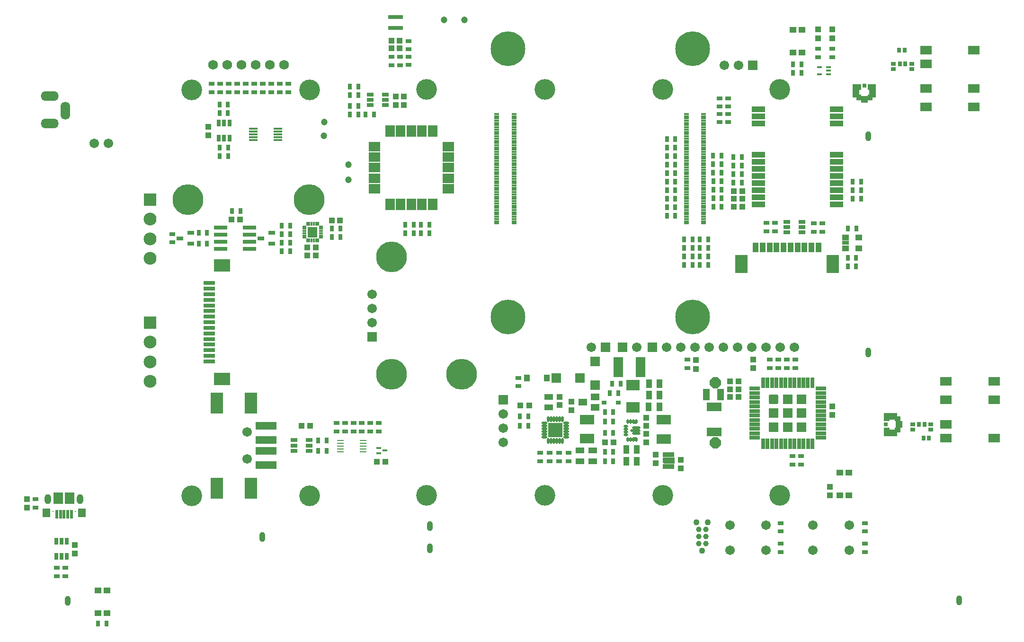
<source format=gts>
G04*
G04 #@! TF.GenerationSoftware,Altium Limited,Altium Designer,22.8.2 (66)*
G04*
G04 Layer_Color=8388736*
%FSAX25Y25*%
%MOIN*%
G70*
G04*
G04 #@! TF.SameCoordinates,6D899778-4568-4F72-86F0-953F423F45E2*
G04*
G04*
G04 #@! TF.FilePolarity,Negative*
G04*
G01*
G75*
%ADD45R,0.04872X0.00837*%
%ADD46R,0.03768X0.01322*%
%ADD54R,0.03584X0.01308*%
%ADD96R,0.03950X0.07099*%
%ADD97R,0.09068X0.12611*%
%ADD98R,0.03556X0.01587*%
%ADD99R,0.03162X0.04343*%
%ADD100R,0.04737X0.04343*%
%ADD101R,0.03753X0.03950*%
%ADD102R,0.02769X0.03084*%
%ADD103R,0.04934X0.09461*%
%ADD104R,0.04737X0.04737*%
%ADD105R,0.03241X0.03044*%
%ADD106R,0.07887X0.05918*%
%ADD107R,0.11824X0.09068*%
%ADD108R,0.08280X0.03162*%
%ADD109R,0.04737X0.04737*%
%ADD110R,0.09461X0.04934*%
%ADD111R,0.03950X0.03753*%
%ADD112R,0.03084X0.02769*%
%ADD113R,0.01968X0.05906*%
%ADD114R,0.06902X0.08280*%
%ADD115R,0.05524X0.06312*%
%ADD116R,0.03950X0.03950*%
%ADD117R,0.04737X0.03950*%
%ADD118R,0.04737X0.03162*%
%ADD119R,0.06863X0.07493*%
%ADD120R,0.02769X0.01587*%
%ADD121R,0.01587X0.02769*%
%ADD122R,0.09461X0.03162*%
%ADD123R,0.09461X0.03162*%
%ADD124R,0.05131X0.03162*%
%ADD125R,0.04540X0.02690*%
%ADD126R,0.04343X0.03162*%
%ADD127R,0.03044X0.03241*%
%ADD128R,0.03950X0.03950*%
%ADD129R,0.02690X0.04540*%
%ADD130R,0.14580X0.05721*%
%ADD131R,0.08674X0.14580*%
%ADD132R,0.03162X0.03320*%
%ADD133C,0.04724*%
%ADD134R,0.02572X0.02729*%
%ADD135R,0.09461X0.04343*%
%ADD136R,0.04343X0.05918*%
%ADD137R,0.05918X0.04343*%
%ADD138R,0.06312X0.04737*%
%ADD139R,0.06706X0.07099*%
%ADD140R,0.06902X0.14383*%
%ADD141R,0.02769X0.06312*%
%ADD142R,0.10249X0.07099*%
G04:AMPARAMS|DCode=143|XSize=17.84mil|YSize=31.62mil|CornerRadius=6.46mil|HoleSize=0mil|Usage=FLASHONLY|Rotation=90.000|XOffset=0mil|YOffset=0mil|HoleType=Round|Shape=RoundedRectangle|*
%AMROUNDEDRECTD143*
21,1,0.01784,0.01870,0,0,90.0*
21,1,0.00492,0.03162,0,0,90.0*
1,1,0.01292,0.00935,0.00246*
1,1,0.01292,0.00935,-0.00246*
1,1,0.01292,-0.00935,-0.00246*
1,1,0.01292,-0.00935,0.00246*
%
%ADD143ROUNDEDRECTD143*%
G04:AMPARAMS|DCode=144|XSize=17.84mil|YSize=31.62mil|CornerRadius=6.46mil|HoleSize=0mil|Usage=FLASHONLY|Rotation=0.000|XOffset=0mil|YOffset=0mil|HoleType=Round|Shape=RoundedRectangle|*
%AMROUNDEDRECTD144*
21,1,0.01784,0.01870,0,0,0.0*
21,1,0.00492,0.03162,0,0,0.0*
1,1,0.01292,0.00246,-0.00935*
1,1,0.01292,-0.00246,-0.00935*
1,1,0.01292,-0.00246,0.00935*
1,1,0.01292,0.00246,0.00935*
%
%ADD144ROUNDEDRECTD144*%
G04:AMPARAMS|DCode=145|XSize=17.84mil|YSize=61.15mil|CornerRadius=6.46mil|HoleSize=0mil|Usage=FLASHONLY|Rotation=90.000|XOffset=0mil|YOffset=0mil|HoleType=Round|Shape=RoundedRectangle|*
%AMROUNDEDRECTD145*
21,1,0.01784,0.04823,0,0,90.0*
21,1,0.00492,0.06115,0,0,90.0*
1,1,0.01292,0.02411,0.00246*
1,1,0.01292,0.02411,-0.00246*
1,1,0.01292,-0.02411,-0.00246*
1,1,0.01292,-0.02411,0.00246*
%
%ADD145ROUNDEDRECTD145*%
G04:AMPARAMS|DCode=146|XSize=17.84mil|YSize=35.56mil|CornerRadius=6.46mil|HoleSize=0mil|Usage=FLASHONLY|Rotation=90.000|XOffset=0mil|YOffset=0mil|HoleType=Round|Shape=RoundedRectangle|*
%AMROUNDEDRECTD146*
21,1,0.01784,0.02264,0,0,90.0*
21,1,0.00492,0.03556,0,0,90.0*
1,1,0.01292,0.01132,0.00246*
1,1,0.01292,0.01132,-0.00246*
1,1,0.01292,-0.01132,-0.00246*
1,1,0.01292,-0.01132,0.00246*
%
%ADD146ROUNDEDRECTD146*%
G04:AMPARAMS|DCode=147|XSize=17.84mil|YSize=74.93mil|CornerRadius=6.46mil|HoleSize=0mil|Usage=FLASHONLY|Rotation=90.000|XOffset=0mil|YOffset=0mil|HoleType=Round|Shape=RoundedRectangle|*
%AMROUNDEDRECTD147*
21,1,0.01784,0.06201,0,0,90.0*
21,1,0.00492,0.07493,0,0,90.0*
1,1,0.01292,0.03100,0.00246*
1,1,0.01292,0.03100,-0.00246*
1,1,0.01292,-0.03100,-0.00246*
1,1,0.01292,-0.03100,0.00246*
%
%ADD147ROUNDEDRECTD147*%
%ADD148R,0.09304X0.07808*%
%ADD149R,0.05131X0.08280*%
%ADD150R,0.03556X0.02572*%
%ADD151R,0.07099X0.06706*%
%ADD152O,0.04343X0.01784*%
%ADD153O,0.01784X0.04343*%
%ADD154R,0.10249X0.10249*%
%ADD155R,0.02769X0.07493*%
%ADD156R,0.07493X0.02769*%
G04:AMPARAMS|DCode=157|XSize=67.06mil|YSize=67.06mil|CornerRadius=9.91mil|HoleSize=0mil|Usage=FLASHONLY|Rotation=0.000|XOffset=0mil|YOffset=0mil|HoleType=Round|Shape=RoundedRectangle|*
%AMROUNDEDRECTD157*
21,1,0.06706,0.04724,0,0,0.0*
21,1,0.04724,0.06706,0,0,0.0*
1,1,0.01981,0.02362,-0.02362*
1,1,0.01981,-0.02362,-0.02362*
1,1,0.01981,-0.02362,0.02362*
1,1,0.01981,0.02362,0.02362*
%
%ADD157ROUNDEDRECTD157*%
%ADD158R,0.06706X0.06706*%
%ADD159R,0.01981X0.03556*%
%ADD160R,0.02769X0.02769*%
%ADD161R,0.04343X0.04540*%
%ADD162R,0.06102X0.01575*%
%ADD163C,0.03910*%
%ADD164R,0.03162X0.05131*%
%ADD165R,0.06706X0.07887*%
%ADD166R,0.07887X0.06706*%
%ADD167R,0.03044X0.03320*%
%ADD168C,0.24422*%
%ADD169C,0.06706*%
%ADD170C,0.09068*%
%ADD171R,0.09068X0.09068*%
%ADD172R,0.00800X0.00800*%
%ADD173O,0.04737X0.07099*%
%ADD174R,0.06706X0.06706*%
%ADD175C,0.14580*%
%ADD176O,0.12611X0.06706*%
%ADD177O,0.06706X0.12611*%
%ADD178P,0.08537X8X292.5*%
%ADD179C,0.21666*%
%ADD180C,0.06800*%
%ADD181O,0.03950X0.07099*%
%ADD182C,0.04343*%
G36*
X0682729Y0354281D02*
X0690405Y0354279D01*
X0690405Y0354279D01*
X0690405Y0354279D01*
X0690431Y0354277D01*
X0690457Y0354276D01*
X0690457Y0354276D01*
X0690458Y0354276D01*
X0690481Y0354271D01*
X0690508Y0354265D01*
X0690509Y0354265D01*
X0690509Y0354265D01*
X0690531Y0354258D01*
X0690558Y0354249D01*
X0690558Y0354248D01*
X0690559Y0354248D01*
X0690582Y0354237D01*
X0690605Y0354225D01*
X0690605Y0354225D01*
X0690606Y0354225D01*
X0690629Y0354209D01*
X0690649Y0354196D01*
X0690649Y0354196D01*
X0690649Y0354196D01*
X0690670Y0354177D01*
X0690688Y0354162D01*
X0690688Y0354162D01*
X0690689Y0354161D01*
X0690704Y0354143D01*
X0690723Y0354122D01*
X0690723Y0354122D01*
X0690723Y0354122D01*
X0690736Y0354102D01*
X0690752Y0354079D01*
X0690752Y0354078D01*
X0690752Y0354078D01*
X0690764Y0354054D01*
X0690775Y0354032D01*
X0690775Y0354031D01*
X0690775Y0354031D01*
X0690783Y0354007D01*
X0690792Y0353982D01*
X0690792Y0353982D01*
X0690792Y0353981D01*
X0690797Y0353957D01*
X0690802Y0353930D01*
X0690802Y0353930D01*
X0690802Y0353930D01*
X0690804Y0353903D01*
X0690805Y0353878D01*
X0690805Y0353878D01*
X0690805Y0353878D01*
X0690805Y0353582D01*
X0690805Y0350139D01*
Y0350139D01*
Y0350139D01*
X0690802Y0350086D01*
X0690791Y0350035D01*
X0690775Y0349985D01*
X0690751Y0349938D01*
X0690722Y0349895D01*
X0690693Y0349861D01*
X0690688Y0349855D01*
X0690688D01*
Y0349855D01*
X0690682Y0349851D01*
X0690648Y0349821D01*
X0690605Y0349792D01*
X0690558Y0349768D01*
X0690508Y0349752D01*
X0690457Y0349741D01*
X0690404Y0349738D01*
X0690404D01*
X0690404D01*
X0683712Y0349738D01*
X0683683Y0349740D01*
X0683660Y0349741D01*
X0683660Y0349741D01*
X0683660Y0349742D01*
X0683626Y0349748D01*
X0683608Y0349752D01*
X0683608Y0349752D01*
X0683608Y0349752D01*
X0683574Y0349763D01*
X0683559Y0349768D01*
X0683559Y0349768D01*
X0683559Y0349768D01*
X0683533Y0349781D01*
X0683512Y0349792D01*
X0683512Y0349792D01*
X0683511Y0349792D01*
X0683488Y0349808D01*
X0683468Y0349821D01*
X0683468Y0349821D01*
X0683468Y0349821D01*
X0683446Y0349840D01*
X0683429Y0349855D01*
X0682443Y0350839D01*
X0682443Y0350839D01*
X0682443Y0350839D01*
X0682426Y0350858D01*
X0682409Y0350878D01*
X0682409Y0350879D01*
X0682409Y0350879D01*
X0682395Y0350899D01*
X0682380Y0350922D01*
X0682379Y0350922D01*
X0682379Y0350922D01*
X0682368Y0350945D01*
X0682356Y0350969D01*
X0682356Y0350969D01*
X0682356Y0350969D01*
X0682345Y0351001D01*
X0682339Y0351019D01*
X0682339Y0351019D01*
X0682339Y0351019D01*
X0682334Y0351046D01*
X0682329Y0351070D01*
X0682329Y0351070D01*
X0682329Y0351070D01*
X0682328Y0351093D01*
X0682326Y0351122D01*
X0682326Y0351122D01*
X0682326Y0351123D01*
X0682326Y0353588D01*
X0682326Y0353589D01*
X0682326Y0353589D01*
X0682327Y0353881D01*
X0682329Y0353907D01*
X0682331Y0353932D01*
X0682331Y0353933D01*
X0682331Y0353933D01*
X0682336Y0353958D01*
X0682341Y0353984D01*
X0682341Y0353984D01*
X0682341Y0353985D01*
X0682349Y0354009D01*
X0682358Y0354033D01*
X0682358Y0354034D01*
X0682358Y0354034D01*
X0682370Y0354058D01*
X0682381Y0354080D01*
X0682381Y0354081D01*
X0682381Y0354081D01*
X0682396Y0354103D01*
X0682410Y0354124D01*
X0682410Y0354124D01*
X0682411Y0354125D01*
X0682428Y0354144D01*
X0682445Y0354163D01*
X0682445Y0354164D01*
X0682445Y0354164D01*
X0682463Y0354180D01*
X0682484Y0354198D01*
X0682485Y0354198D01*
X0682485Y0354199D01*
X0682506Y0354213D01*
X0682528Y0354227D01*
X0682528Y0354227D01*
X0682529Y0354228D01*
X0682553Y0354239D01*
X0682575Y0354250D01*
X0682575Y0354250D01*
X0682576Y0354251D01*
X0682601Y0354259D01*
X0682624Y0354267D01*
X0682625Y0354267D01*
X0682625Y0354267D01*
X0682652Y0354273D01*
X0682676Y0354277D01*
X0682676Y0354277D01*
X0682677Y0354277D01*
X0682703Y0354279D01*
X0682728Y0354281D01*
X0682729D01*
D01*
D01*
D02*
G37*
D45*
X0471322Y0358131D02*
D03*
Y0360100D02*
D03*
Y0362068D02*
D03*
Y0364036D02*
D03*
Y0366005D02*
D03*
X0455444D02*
D03*
Y0364036D02*
D03*
Y0362068D02*
D03*
Y0360100D02*
D03*
Y0358131D02*
D03*
D46*
X0482377Y0360985D02*
D03*
Y0357048D02*
D03*
X0486712Y0359017D02*
D03*
D54*
X0799098Y0624139D02*
D03*
Y0626698D02*
D03*
Y0629257D02*
D03*
X0792792D02*
D03*
Y0624139D02*
D03*
D96*
X0752753Y0502029D02*
D03*
X0767517D02*
D03*
X0777359D02*
D03*
X0782281D02*
D03*
X0792123D02*
D03*
X0772438D02*
D03*
X0762596D02*
D03*
X0757674D02*
D03*
X0747832D02*
D03*
X0787202D02*
D03*
D97*
X0737792Y0490611D02*
D03*
X0802162D02*
D03*
D98*
X0565548Y0596221D02*
D03*
X0577674D02*
D03*
X0565548Y0594647D02*
D03*
X0577674D02*
D03*
X0565548Y0593072D02*
D03*
X0577674D02*
D03*
X0565548Y0591497D02*
D03*
X0577674D02*
D03*
X0565548Y0589922D02*
D03*
X0577674D02*
D03*
X0565548Y0588347D02*
D03*
X0577674D02*
D03*
X0565548Y0586773D02*
D03*
X0577674D02*
D03*
X0565548Y0585198D02*
D03*
X0577674D02*
D03*
X0565548Y0583623D02*
D03*
X0577674D02*
D03*
X0565548Y0582048D02*
D03*
X0577674D02*
D03*
X0565548Y0580474D02*
D03*
X0577674D02*
D03*
X0565548Y0578899D02*
D03*
X0577674D02*
D03*
X0565548Y0577324D02*
D03*
X0577674D02*
D03*
X0565548Y0575749D02*
D03*
X0577674D02*
D03*
X0565548Y0574174D02*
D03*
X0577674D02*
D03*
X0565548Y0572600D02*
D03*
X0577674D02*
D03*
X0565548Y0571025D02*
D03*
X0577674D02*
D03*
X0565548Y0569450D02*
D03*
X0577674D02*
D03*
X0565548Y0567875D02*
D03*
X0577674D02*
D03*
X0565548Y0566300D02*
D03*
X0577674D02*
D03*
X0565548Y0564725D02*
D03*
X0577674D02*
D03*
X0565548Y0563151D02*
D03*
X0577674D02*
D03*
X0565548Y0561576D02*
D03*
X0577674D02*
D03*
X0565548Y0560001D02*
D03*
X0577674D02*
D03*
X0565548Y0558426D02*
D03*
X0577674D02*
D03*
X0565548Y0556851D02*
D03*
X0577674D02*
D03*
X0565548Y0555277D02*
D03*
X0577674D02*
D03*
X0565548Y0553702D02*
D03*
X0577674D02*
D03*
X0565548Y0552127D02*
D03*
X0577674D02*
D03*
X0565548Y0550552D02*
D03*
X0577674D02*
D03*
X0565548Y0548977D02*
D03*
X0577674D02*
D03*
X0565548Y0547403D02*
D03*
X0577674D02*
D03*
X0565548Y0545828D02*
D03*
X0577674D02*
D03*
X0565548Y0544253D02*
D03*
X0577674D02*
D03*
X0565548Y0542678D02*
D03*
X0577674D02*
D03*
X0565548Y0541103D02*
D03*
X0577674D02*
D03*
X0565548Y0539529D02*
D03*
X0577674D02*
D03*
X0565548Y0537954D02*
D03*
X0577674D02*
D03*
X0565548Y0536379D02*
D03*
X0577674D02*
D03*
X0565548Y0534804D02*
D03*
X0577674D02*
D03*
X0565548Y0533229D02*
D03*
X0577674D02*
D03*
X0565548Y0531655D02*
D03*
X0577674D02*
D03*
X0565548Y0530080D02*
D03*
X0577674D02*
D03*
X0565548Y0528505D02*
D03*
X0577674D02*
D03*
X0565548Y0526930D02*
D03*
X0577674D02*
D03*
X0565548Y0525355D02*
D03*
X0577674D02*
D03*
X0565548Y0523781D02*
D03*
X0577674D02*
D03*
X0565548Y0522206D02*
D03*
X0577674D02*
D03*
X0565548Y0520631D02*
D03*
X0577674D02*
D03*
X0565548Y0519056D02*
D03*
X0577674D02*
D03*
X0699092Y0596221D02*
D03*
X0711218D02*
D03*
X0699092Y0594647D02*
D03*
X0711218D02*
D03*
X0699092Y0593072D02*
D03*
X0711218D02*
D03*
X0699092Y0591497D02*
D03*
X0711218D02*
D03*
X0699092Y0589922D02*
D03*
X0711218D02*
D03*
X0699092Y0588347D02*
D03*
X0711218D02*
D03*
X0699092Y0586773D02*
D03*
X0711218D02*
D03*
X0699092Y0585198D02*
D03*
X0711218D02*
D03*
X0699092Y0583623D02*
D03*
X0711218D02*
D03*
X0699092Y0582048D02*
D03*
X0711218D02*
D03*
X0699092Y0580474D02*
D03*
X0711218D02*
D03*
X0699092Y0578899D02*
D03*
X0711218D02*
D03*
X0699092Y0577324D02*
D03*
X0711218D02*
D03*
X0699092Y0575749D02*
D03*
X0711218D02*
D03*
X0699092Y0574174D02*
D03*
X0711218D02*
D03*
X0699092Y0572600D02*
D03*
X0711218D02*
D03*
X0699092Y0571025D02*
D03*
X0711218D02*
D03*
X0699092Y0569450D02*
D03*
X0711218D02*
D03*
X0699092Y0567875D02*
D03*
X0711218D02*
D03*
X0699092Y0566300D02*
D03*
X0711218D02*
D03*
X0699092Y0564725D02*
D03*
X0711218D02*
D03*
X0699092Y0563151D02*
D03*
X0711218D02*
D03*
X0699092Y0561576D02*
D03*
X0711218D02*
D03*
X0699092Y0560001D02*
D03*
X0711218D02*
D03*
X0699092Y0558426D02*
D03*
X0711218D02*
D03*
X0699092Y0556851D02*
D03*
X0711218D02*
D03*
X0699092Y0555277D02*
D03*
X0711218D02*
D03*
X0699092Y0553702D02*
D03*
X0711218D02*
D03*
X0699092Y0552127D02*
D03*
X0711218D02*
D03*
X0699092Y0550552D02*
D03*
X0711218D02*
D03*
X0699092Y0548977D02*
D03*
X0711218D02*
D03*
X0699092Y0547403D02*
D03*
X0711218D02*
D03*
X0699092Y0545828D02*
D03*
X0711218D02*
D03*
X0699092Y0544253D02*
D03*
X0711218D02*
D03*
X0699092Y0542678D02*
D03*
X0711218D02*
D03*
X0699092Y0541103D02*
D03*
X0711218D02*
D03*
X0699092Y0539529D02*
D03*
X0711218D02*
D03*
X0699092Y0537954D02*
D03*
X0711218D02*
D03*
X0699092Y0536379D02*
D03*
X0711218D02*
D03*
X0699092Y0534804D02*
D03*
X0711218D02*
D03*
X0699092Y0533229D02*
D03*
X0711218D02*
D03*
X0699092Y0531655D02*
D03*
X0711218D02*
D03*
X0699092Y0530080D02*
D03*
X0711218D02*
D03*
X0699092Y0528505D02*
D03*
X0711218D02*
D03*
X0699092Y0526930D02*
D03*
X0711218D02*
D03*
X0699092Y0525355D02*
D03*
X0711218D02*
D03*
X0699092Y0523781D02*
D03*
X0711218D02*
D03*
X0699092Y0522206D02*
D03*
X0711218D02*
D03*
X0699092Y0520631D02*
D03*
X0711218D02*
D03*
X0699092Y0519056D02*
D03*
X0711218D02*
D03*
D99*
X0774210Y0625257D02*
D03*
X0780115D02*
D03*
X0780135Y0631283D02*
D03*
X0774229D02*
D03*
X0708560Y0507926D02*
D03*
X0714466D02*
D03*
X0708560Y0501922D02*
D03*
X0714466D02*
D03*
X0697537D02*
D03*
X0703442D02*
D03*
Y0507926D02*
D03*
X0697537D02*
D03*
X0717910Y0566989D02*
D03*
X0723816D02*
D03*
X0455404Y0515427D02*
D03*
X0449499D02*
D03*
X0455404Y0509423D02*
D03*
X0449499D02*
D03*
X0818600Y0488664D02*
D03*
X0812694D02*
D03*
X0818584Y0494689D02*
D03*
X0812679D02*
D03*
X0691252Y0554476D02*
D03*
X0685347D02*
D03*
X0691252Y0548472D02*
D03*
X0685347D02*
D03*
X0818698Y0515611D02*
D03*
X0812792D02*
D03*
X0718009Y0530966D02*
D03*
X0723914D02*
D03*
X0685332Y0524470D02*
D03*
X0691237D02*
D03*
X0718009Y0536970D02*
D03*
X0723914D02*
D03*
X0685332Y0530474D02*
D03*
X0691237D02*
D03*
X0685332Y0536478D02*
D03*
X0691237D02*
D03*
X0685332Y0542481D02*
D03*
X0691237D02*
D03*
X0718009Y0542974D02*
D03*
X0723914D02*
D03*
X0718009Y0548978D02*
D03*
X0723914D02*
D03*
X0723816Y0554981D02*
D03*
X0717910D02*
D03*
X0685332Y0560493D02*
D03*
X0691237D02*
D03*
X0723816Y0560985D02*
D03*
X0717910D02*
D03*
X0685332Y0566497D02*
D03*
X0691237D02*
D03*
X0685332Y0572501D02*
D03*
X0691237D02*
D03*
X0420076Y0499568D02*
D03*
X0414170D02*
D03*
X0414170Y0505572D02*
D03*
X0420076D02*
D03*
Y0517580D02*
D03*
X0414170D02*
D03*
X0361611Y0512363D02*
D03*
X0355706D02*
D03*
X0414170Y0511576D02*
D03*
X0420076D02*
D03*
X0361611Y0504784D02*
D03*
X0355706D02*
D03*
X0501238Y0512052D02*
D03*
X0507143D02*
D03*
X0385135Y0527718D02*
D03*
X0379229D02*
D03*
X0708560Y0489922D02*
D03*
X0714466D02*
D03*
X0697537D02*
D03*
X0703442D02*
D03*
X0708560Y0495926D02*
D03*
X0714466D02*
D03*
X0703442D02*
D03*
X0697537D02*
D03*
X0822044Y0536576D02*
D03*
X0816139D02*
D03*
X0822044Y0542580D02*
D03*
X0816139D02*
D03*
X0738186Y0565907D02*
D03*
X0732281D02*
D03*
X0738186Y0547796D02*
D03*
X0732281D02*
D03*
X0732281Y0559903D02*
D03*
X0738186D02*
D03*
X0822044Y0548584D02*
D03*
X0816139D02*
D03*
X0732281Y0553899D02*
D03*
X0738186D02*
D03*
X0685332Y0578505D02*
D03*
X0691237D02*
D03*
X0445666Y0358918D02*
D03*
X0439761D02*
D03*
X0501238Y0518056D02*
D03*
X0507143D02*
D03*
X0647550Y0351418D02*
D03*
X0641644D02*
D03*
X0647550Y0379371D02*
D03*
X0641644D02*
D03*
X0641644Y0386064D02*
D03*
X0647550D02*
D03*
X0641644Y0358111D02*
D03*
X0647550D02*
D03*
X0641644Y0371497D02*
D03*
X0647550D02*
D03*
X0581803Y0376615D02*
D03*
X0587709D02*
D03*
X0587707Y0383308D02*
D03*
X0581802D02*
D03*
X0651093Y0399450D02*
D03*
X0645188D02*
D03*
X0646881Y0406182D02*
D03*
X0652786D02*
D03*
X0518167Y0512052D02*
D03*
X0370371Y0596812D02*
D03*
X0518167Y0518056D02*
D03*
X0376375Y0566399D02*
D03*
X0462150Y0609589D02*
D03*
X0370487Y0572384D02*
D03*
X0376277Y0602816D02*
D03*
X0290820Y0237107D02*
D03*
X0439761Y0366300D02*
D03*
X0284914Y0237107D02*
D03*
X0512262Y0518056D02*
D03*
Y0512052D02*
D03*
X0376277Y0596812D02*
D03*
X0370371Y0602816D02*
D03*
X0376393Y0572384D02*
D03*
X0479087Y0595791D02*
D03*
X0473181D02*
D03*
X0468056Y0595770D02*
D03*
X0462150D02*
D03*
X0462150Y0601768D02*
D03*
X0468056D02*
D03*
Y0609589D02*
D03*
X0462150Y0615568D02*
D03*
X0468056D02*
D03*
X0445666Y0366300D02*
D03*
X0370470Y0566399D02*
D03*
D100*
X0774111Y0655622D02*
D03*
Y0639480D02*
D03*
X0780410D02*
D03*
Y0655622D02*
D03*
X0291056Y0244383D02*
D03*
Y0260525D02*
D03*
X0284756D02*
D03*
Y0244383D02*
D03*
X0813371Y0343650D02*
D03*
X0807071D02*
D03*
Y0327508D02*
D03*
X0813371D02*
D03*
D101*
X0820371Y0615316D02*
D03*
X0828442D02*
D03*
X0820371Y0607836D02*
D03*
X0828442D02*
D03*
D102*
X0824407Y0616143D02*
D03*
Y0607009D02*
D03*
D103*
X0818600Y0612560D02*
D03*
X0830214D02*
D03*
D104*
X0824407Y0606655D02*
D03*
D105*
X0844781Y0627875D02*
D03*
Y0631576D02*
D03*
X0857674Y0627875D02*
D03*
Y0631576D02*
D03*
X0858344Y0373722D02*
D03*
X0871237Y0373694D02*
D03*
Y0377395D02*
D03*
X0858344Y0377422D02*
D03*
D106*
X0867714Y0641005D02*
D03*
Y0631556D02*
D03*
Y0614233D02*
D03*
Y0601241D02*
D03*
X0901572Y0641005D02*
D03*
Y0601241D02*
D03*
Y0614233D02*
D03*
X0915745Y0394745D02*
D03*
Y0407737D02*
D03*
Y0367973D02*
D03*
X0881887Y0407737D02*
D03*
Y0394745D02*
D03*
Y0377422D02*
D03*
Y0367973D02*
D03*
D107*
X0372241Y0489430D02*
D03*
Y0409509D02*
D03*
D108*
X0362989Y0477029D02*
D03*
Y0473092D02*
D03*
Y0469155D02*
D03*
Y0465218D02*
D03*
Y0461281D02*
D03*
Y0457344D02*
D03*
Y0453407D02*
D03*
Y0449470D02*
D03*
Y0445533D02*
D03*
Y0441596D02*
D03*
Y0437659D02*
D03*
Y0433721D02*
D03*
Y0429784D02*
D03*
Y0425847D02*
D03*
Y0421910D02*
D03*
D109*
X0848816Y0377422D02*
D03*
D110*
X0842910Y0383229D02*
D03*
Y0371615D02*
D03*
D111*
X0847674Y0381458D02*
D03*
Y0373387D02*
D03*
X0840194Y0381458D02*
D03*
Y0373387D02*
D03*
D112*
X0848501Y0377422D02*
D03*
X0839367D02*
D03*
D113*
X0263481Y0314233D02*
D03*
X0260922D02*
D03*
X0255804D02*
D03*
X0258363D02*
D03*
X0266040D02*
D03*
D114*
X0256887Y0325454D02*
D03*
X0264958D02*
D03*
D115*
X0248324Y0315119D02*
D03*
X0273521D02*
D03*
D116*
X0384840Y0521910D02*
D03*
X0378934D02*
D03*
X0497257Y0642343D02*
D03*
X0491351D02*
D03*
X0455208Y0521234D02*
D03*
X0449302D02*
D03*
X0438088Y0496615D02*
D03*
X0432182D02*
D03*
X0438088Y0502127D02*
D03*
X0432182D02*
D03*
X0732478Y0541989D02*
D03*
X0738383D02*
D03*
X0732478Y0536478D02*
D03*
X0738383D02*
D03*
X0732478Y0530966D02*
D03*
X0738383D02*
D03*
X0491336Y0647813D02*
D03*
X0497241D02*
D03*
X0581999Y0390789D02*
D03*
X0588298D02*
D03*
X0735640Y0402225D02*
D03*
X0729735D02*
D03*
X0735719Y0407816D02*
D03*
X0729814D02*
D03*
X0647648Y0364903D02*
D03*
X0641743D02*
D03*
X0735719Y0396832D02*
D03*
X0729814D02*
D03*
X0434052Y0376438D02*
D03*
X0428147D02*
D03*
X0481100Y0351143D02*
D03*
X0487005D02*
D03*
D117*
X0811021Y0509137D02*
D03*
Y0501656D02*
D03*
X0820470D02*
D03*
Y0509137D02*
D03*
D118*
X0811021Y0505397D02*
D03*
D119*
X0435942Y0512992D02*
D03*
D120*
X0430036Y0509055D02*
D03*
Y0510630D02*
D03*
Y0512205D02*
D03*
Y0513780D02*
D03*
Y0515354D02*
D03*
Y0516929D02*
D03*
X0441848D02*
D03*
Y0515354D02*
D03*
Y0513780D02*
D03*
Y0512205D02*
D03*
Y0510630D02*
D03*
Y0509055D02*
D03*
D121*
X0432005Y0518898D02*
D03*
X0433580D02*
D03*
X0435155D02*
D03*
X0436729D02*
D03*
X0438304D02*
D03*
X0439879D02*
D03*
Y0507087D02*
D03*
X0438304D02*
D03*
X0436729D02*
D03*
X0435155D02*
D03*
X0433580D02*
D03*
X0432005D02*
D03*
D122*
X0391532Y0501025D02*
D03*
D123*
X0371060Y0516025D02*
D03*
Y0511025D02*
D03*
Y0506025D02*
D03*
Y0501025D02*
D03*
X0391532Y0516025D02*
D03*
Y0511025D02*
D03*
Y0506025D02*
D03*
D124*
X0769682Y0512757D02*
D03*
Y0516497D02*
D03*
Y0520237D02*
D03*
X0780312D02*
D03*
Y0516497D02*
D03*
Y0512757D02*
D03*
X0487083Y0606163D02*
D03*
X0476453Y0609903D02*
D03*
Y0606163D02*
D03*
Y0602422D02*
D03*
X0487083D02*
D03*
Y0609903D02*
D03*
D125*
X0399505Y0508525D02*
D03*
X0407143Y0512344D02*
D03*
Y0504706D02*
D03*
X0342340Y0508525D02*
D03*
X0349977Y0512344D02*
D03*
Y0504706D02*
D03*
X0422832Y0366399D02*
D03*
Y0358918D02*
D03*
X0433462Y0362659D02*
D03*
Y0358918D02*
D03*
Y0366399D02*
D03*
X0422832Y0362659D02*
D03*
D126*
X0470480Y0378481D02*
D03*
Y0372576D02*
D03*
X0476411Y0372577D02*
D03*
Y0378482D02*
D03*
X0464761Y0378505D02*
D03*
Y0372600D02*
D03*
X0458757Y0378505D02*
D03*
Y0372600D02*
D03*
X0791713Y0636245D02*
D03*
Y0642151D02*
D03*
X0801949Y0636245D02*
D03*
Y0642151D02*
D03*
X0503442Y0641694D02*
D03*
Y0647600D02*
D03*
X0337103Y0511576D02*
D03*
Y0505670D02*
D03*
X0503442Y0636576D02*
D03*
Y0630670D02*
D03*
X0761513Y0519351D02*
D03*
Y0513446D02*
D03*
X0755509Y0513446D02*
D03*
Y0519351D02*
D03*
X0788777Y0513249D02*
D03*
Y0519155D02*
D03*
X0794781Y0513249D02*
D03*
Y0519155D02*
D03*
X0482390Y0372577D02*
D03*
Y0378482D02*
D03*
X0240745Y0324765D02*
D03*
Y0318859D02*
D03*
X0452753Y0378505D02*
D03*
Y0372600D02*
D03*
X0418955Y0611576D02*
D03*
Y0617481D02*
D03*
X0412952Y0611576D02*
D03*
Y0617481D02*
D03*
X0376867Y0611576D02*
D03*
Y0617481D02*
D03*
X0394879Y0611576D02*
D03*
Y0617481D02*
D03*
X0388875Y0611576D02*
D03*
Y0617481D02*
D03*
X0370863Y0617481D02*
D03*
Y0611576D02*
D03*
X0382871D02*
D03*
Y0617481D02*
D03*
X0491336Y0630650D02*
D03*
Y0636555D02*
D03*
X0497320D02*
D03*
Y0630650D02*
D03*
X0580818Y0410277D02*
D03*
Y0404371D02*
D03*
X0596172Y0351615D02*
D03*
Y0357521D02*
D03*
X0602865Y0351615D02*
D03*
Y0357521D02*
D03*
X0699756Y0423072D02*
D03*
Y0417166D02*
D03*
X0757896Y0423033D02*
D03*
Y0417127D02*
D03*
X0763880Y0423033D02*
D03*
Y0417127D02*
D03*
X0773652Y0355080D02*
D03*
Y0349174D02*
D03*
X0769864Y0417127D02*
D03*
Y0423033D02*
D03*
X0779638Y0355080D02*
D03*
Y0349174D02*
D03*
X0609558Y0357521D02*
D03*
Y0351615D02*
D03*
X0616251D02*
D03*
Y0357521D02*
D03*
X0775855Y0417127D02*
D03*
Y0423033D02*
D03*
X0406948Y0611576D02*
D03*
Y0617481D02*
D03*
X0765548Y0307934D02*
D03*
X0400943Y0611576D02*
D03*
X0255847Y0276517D02*
D03*
X0400943Y0617481D02*
D03*
X0728344Y0601397D02*
D03*
X0364859Y0617481D02*
D03*
X0765548Y0302029D02*
D03*
X0255847Y0270611D02*
D03*
X0261831Y0276516D02*
D03*
Y0270611D02*
D03*
X0765548Y0293564D02*
D03*
Y0287659D02*
D03*
X0824899Y0302029D02*
D03*
Y0307934D02*
D03*
Y0293564D02*
D03*
Y0287659D02*
D03*
X0364859Y0611576D02*
D03*
X0728344Y0607303D02*
D03*
X0722340Y0607303D02*
D03*
Y0601397D02*
D03*
X0728344Y0596279D02*
D03*
Y0590374D02*
D03*
X0722340Y0596279D02*
D03*
Y0590374D02*
D03*
D127*
X0852635Y0641005D02*
D03*
X0848934D02*
D03*
X0866139Y0367973D02*
D03*
D128*
X0791713Y0649533D02*
D03*
Y0655832D02*
D03*
X0801949Y0649533D02*
D03*
Y0655832D02*
D03*
X0234938Y0324765D02*
D03*
Y0318859D02*
D03*
X0268600Y0286576D02*
D03*
Y0292481D02*
D03*
X0677570Y0356191D02*
D03*
Y0350286D02*
D03*
X0705780Y0422757D02*
D03*
Y0416458D02*
D03*
X0609853Y0391084D02*
D03*
Y0396989D02*
D03*
X0618121Y0387541D02*
D03*
Y0393446D02*
D03*
X0746159Y0423190D02*
D03*
Y0417284D02*
D03*
X0801835Y0390198D02*
D03*
Y0384292D02*
D03*
X0670837Y0382304D02*
D03*
Y0376399D02*
D03*
X0695176Y0346522D02*
D03*
Y0352428D02*
D03*
X0799965Y0327497D02*
D03*
Y0333402D02*
D03*
X0670837Y0364903D02*
D03*
Y0370808D02*
D03*
X0362497Y0581261D02*
D03*
Y0587166D02*
D03*
X0500051Y0602484D02*
D03*
Y0608389D02*
D03*
X0494524Y0608407D02*
D03*
Y0602501D02*
D03*
D129*
X0262891Y0295040D02*
D03*
X0255411D02*
D03*
X0259151Y0284411D02*
D03*
X0255411D02*
D03*
X0262891D02*
D03*
X0259151Y0295040D02*
D03*
D130*
X0403166Y0348859D02*
D03*
Y0358702D02*
D03*
Y0366576D02*
D03*
Y0376418D02*
D03*
D131*
X0392615Y0392659D02*
D03*
X0368600D02*
D03*
X0392615Y0332619D02*
D03*
X0368600D02*
D03*
D132*
X0849367Y0631556D02*
D03*
X0853147D02*
D03*
X0862950Y0377422D02*
D03*
X0866729D02*
D03*
D133*
X0528538Y0662360D02*
D03*
X0444092Y0590414D02*
D03*
X0443796Y0580966D02*
D03*
X0542711Y0662360D02*
D03*
X0461119Y0560355D02*
D03*
Y0549962D02*
D03*
D134*
X0498127Y0656891D02*
D03*
X0490450D02*
D03*
X0495568D02*
D03*
X0493009Y0664529D02*
D03*
X0490450D02*
D03*
X0493009Y0656891D02*
D03*
X0495568Y0664529D02*
D03*
X0498127D02*
D03*
D135*
X0804938Y0599470D02*
D03*
Y0594470D02*
D03*
Y0589470D02*
D03*
Y0567540D02*
D03*
Y0562540D02*
D03*
Y0557540D02*
D03*
Y0552540D02*
D03*
Y0547540D02*
D03*
Y0542540D02*
D03*
Y0537540D02*
D03*
Y0532540D02*
D03*
X0749820D02*
D03*
Y0537540D02*
D03*
Y0542540D02*
D03*
Y0547540D02*
D03*
Y0552540D02*
D03*
Y0557540D02*
D03*
X0749781Y0562540D02*
D03*
X0749820Y0567540D02*
D03*
Y0589470D02*
D03*
Y0594470D02*
D03*
Y0599470D02*
D03*
D136*
X0664204Y0351655D02*
D03*
X0656723D02*
D03*
X0664125Y0359686D02*
D03*
X0656644D02*
D03*
X0672589Y0389962D02*
D03*
X0680070D02*
D03*
X0672629Y0398033D02*
D03*
X0680109D02*
D03*
X0672707Y0406103D02*
D03*
X0680188D02*
D03*
D137*
X0602077Y0389410D02*
D03*
Y0396891D02*
D03*
X0624125Y0359096D02*
D03*
Y0351615D02*
D03*
X0633180Y0359096D02*
D03*
Y0351615D02*
D03*
D138*
X0626093Y0393151D02*
D03*
X0634755Y0389410D02*
D03*
Y0396891D02*
D03*
D139*
Y0421989D02*
D03*
Y0405257D02*
D03*
D140*
X0651015Y0417954D02*
D03*
X0666762D02*
D03*
D141*
X0719855Y0372245D02*
D03*
X0722414D02*
D03*
X0717296Y0389962D02*
D03*
X0719855D02*
D03*
X0722414D02*
D03*
X0714737D02*
D03*
Y0372245D02*
D03*
X0717296D02*
D03*
D142*
X0629243Y0367560D02*
D03*
Y0380946D02*
D03*
X0683141Y0367324D02*
D03*
Y0380710D02*
D03*
D143*
X0656320Y0376143D02*
D03*
Y0374174D02*
D03*
Y0372206D02*
D03*
Y0370237D02*
D03*
D144*
X0657894Y0366891D02*
D03*
X0659863D02*
D03*
X0661831D02*
D03*
X0663800D02*
D03*
Y0379489D02*
D03*
X0661831D02*
D03*
X0659863D02*
D03*
X0657894D02*
D03*
D145*
X0663898Y0371222D02*
D03*
Y0375159D02*
D03*
D146*
X0662816Y0378800D02*
D03*
Y0367580D02*
D03*
D147*
X0663209Y0373190D02*
D03*
D148*
X0661605Y0405159D02*
D03*
Y0389410D02*
D03*
D149*
X0723063Y0398387D02*
D03*
X0713221D02*
D03*
D150*
X0651093Y0392757D02*
D03*
X0641251D02*
D03*
D151*
X0624223Y0410080D02*
D03*
X0607491D02*
D03*
D152*
X0599223Y0378387D02*
D03*
Y0374450D02*
D03*
Y0372481D02*
D03*
X0614381Y0368544D02*
D03*
Y0370513D02*
D03*
Y0372481D02*
D03*
Y0374450D02*
D03*
Y0378387D02*
D03*
Y0376418D02*
D03*
X0599223D02*
D03*
Y0368544D02*
D03*
Y0370513D02*
D03*
D153*
X0601881Y0365887D02*
D03*
X0607786D02*
D03*
X0609755D02*
D03*
X0611723D02*
D03*
Y0381044D02*
D03*
X0609755D02*
D03*
X0607786D02*
D03*
X0605818D02*
D03*
X0603849D02*
D03*
X0601881D02*
D03*
X0605818Y0365887D02*
D03*
X0603849D02*
D03*
D154*
X0606802Y0373466D02*
D03*
D155*
X0787786Y0406871D02*
D03*
X0784597D02*
D03*
X0768889D02*
D03*
X0765739D02*
D03*
X0753101D02*
D03*
X0756290D02*
D03*
X0759440D02*
D03*
X0762589D02*
D03*
X0772038D02*
D03*
X0775188D02*
D03*
X0778337D02*
D03*
X0781487D02*
D03*
X0784633Y0363938D02*
D03*
X0781455D02*
D03*
X0778306Y0363942D02*
D03*
X0775156Y0363942D02*
D03*
X0772007Y0363938D02*
D03*
X0768857D02*
D03*
X0765707Y0363938D02*
D03*
X0762558Y0363938D02*
D03*
X0759408Y0363938D02*
D03*
X0756259D02*
D03*
X0753101D02*
D03*
X0787944Y0363938D02*
D03*
D156*
X0793652Y0393288D02*
D03*
Y0399588D02*
D03*
Y0402737D02*
D03*
X0747196Y0396399D02*
D03*
Y0383840D02*
D03*
X0793660Y0368072D02*
D03*
X0793660Y0374383D02*
D03*
X0793652Y0396399D02*
D03*
Y0390139D02*
D03*
Y0386950D02*
D03*
X0793660Y0383820D02*
D03*
X0793660Y0380670D02*
D03*
X0793660Y0377521D02*
D03*
Y0371226D02*
D03*
X0747196Y0368092D02*
D03*
Y0371202D02*
D03*
Y0374391D02*
D03*
Y0377501D02*
D03*
Y0380651D02*
D03*
Y0386950D02*
D03*
Y0390100D02*
D03*
Y0393249D02*
D03*
Y0399588D02*
D03*
Y0402737D02*
D03*
D157*
X0760589Y0395237D02*
D03*
D158*
X0770432Y0395237D02*
D03*
X0780274Y0395237D02*
D03*
X0760589Y0385395D02*
D03*
X0770432D02*
D03*
X0780274D02*
D03*
X0760491Y0375552D02*
D03*
X0770432D02*
D03*
X0780274D02*
D03*
X0745863Y0630375D02*
D03*
X0654046Y0431733D02*
D03*
X0674992D02*
D03*
X0642235D02*
D03*
D159*
X0685581Y0347875D02*
D03*
X0687550D02*
D03*
X0689518D02*
D03*
Y0356143D02*
D03*
X0687550D02*
D03*
X0685581D02*
D03*
X0683613D02*
D03*
Y0347875D02*
D03*
D160*
X0686566Y0352009D02*
D03*
D161*
X0600700Y0410080D02*
D03*
X0586920D02*
D03*
D162*
X0411513Y0585788D02*
D03*
Y0583820D02*
D03*
Y0581851D02*
D03*
Y0579883D02*
D03*
Y0577914D02*
D03*
X0394190D02*
D03*
Y0579883D02*
D03*
Y0581851D02*
D03*
Y0583820D02*
D03*
Y0585788D02*
D03*
D163*
X0707635Y0303485D02*
D03*
X0712635D02*
D03*
X0707635Y0298485D02*
D03*
X0712635D02*
D03*
X0707635Y0293485D02*
D03*
X0712635D02*
D03*
D164*
X0369844Y0579212D02*
D03*
X0373584D02*
D03*
X0377324D02*
D03*
Y0589842D02*
D03*
X0373584D02*
D03*
X0369844D02*
D03*
D165*
X0520371Y0584312D02*
D03*
X0497930D02*
D03*
X0490450D02*
D03*
Y0532344D02*
D03*
X0520371D02*
D03*
X0512891D02*
D03*
X0505410D02*
D03*
X0497930D02*
D03*
X0505410Y0584312D02*
D03*
X0512891D02*
D03*
D166*
X0479426Y0573288D02*
D03*
Y0543367D02*
D03*
X0531395D02*
D03*
Y0573288D02*
D03*
Y0565808D02*
D03*
Y0558328D02*
D03*
Y0550847D02*
D03*
X0479426D02*
D03*
Y0558328D02*
D03*
Y0565808D02*
D03*
D167*
X0869840Y0367973D02*
D03*
D168*
X0573422Y0453308D02*
D03*
X0703344D02*
D03*
X0573422Y0642284D02*
D03*
X0703344D02*
D03*
D169*
X0725863Y0630375D02*
D03*
X0735863D02*
D03*
X0389859Y0372265D02*
D03*
Y0353013D02*
D03*
X0477801Y0469147D02*
D03*
Y0459147D02*
D03*
Y0449147D02*
D03*
X0664046Y0431733D02*
D03*
X0764992D02*
D03*
X0754992D02*
D03*
X0744992D02*
D03*
X0734992D02*
D03*
X0714992D02*
D03*
X0704992D02*
D03*
X0694992D02*
D03*
X0684992D02*
D03*
X0774992D02*
D03*
X0724992D02*
D03*
X0632235D02*
D03*
X0570188Y0364922D02*
D03*
Y0374922D02*
D03*
Y0384922D02*
D03*
X0282182Y0575454D02*
D03*
X0813840Y0306627D02*
D03*
X0788249Y0288911D02*
D03*
X0813840D02*
D03*
X0788249Y0306627D02*
D03*
X0755277D02*
D03*
X0729686Y0288911D02*
D03*
X0755277D02*
D03*
X0729686Y0306627D02*
D03*
X0292025Y0575454D02*
D03*
D170*
X0321356Y0407835D02*
D03*
Y0421615D02*
D03*
Y0435394D02*
D03*
Y0494449D02*
D03*
Y0508229D02*
D03*
Y0522008D02*
D03*
D171*
Y0449174D02*
D03*
Y0535788D02*
D03*
D172*
X0252962Y0316200D02*
D03*
X0268907D02*
D03*
D173*
X0249603Y0324664D02*
D03*
X0272241D02*
D03*
D174*
X0477801Y0439147D02*
D03*
X0570188Y0394922D02*
D03*
D175*
X0350916Y0613274D02*
D03*
Y0327274D02*
D03*
X0433690Y0327289D02*
D03*
Y0613288D02*
D03*
X0599412Y0613505D02*
D03*
Y0327505D02*
D03*
X0516269Y0327471D02*
D03*
Y0613471D02*
D03*
X0764938Y0613418D02*
D03*
Y0327418D02*
D03*
X0682312Y0327485D02*
D03*
Y0613485D02*
D03*
D176*
X0250686Y0608721D02*
D03*
Y0589430D02*
D03*
D177*
X0261710Y0598485D02*
D03*
D178*
X0719440Y0364371D02*
D03*
Y0406891D02*
D03*
D179*
X0348270Y0535913D02*
D03*
X0433388D02*
D03*
X0491458Y0495613D02*
D03*
Y0412936D02*
D03*
X0540671D02*
D03*
D180*
X0365829Y0630795D02*
D03*
X0415829D02*
D03*
X0405829D02*
D03*
X0395829D02*
D03*
X0385829D02*
D03*
X0375829D02*
D03*
D181*
X0263492Y0253245D02*
D03*
X0891257Y0253348D02*
D03*
X0827221Y0427997D02*
D03*
Y0580359D02*
D03*
X0518444Y0290005D02*
D03*
X0518366Y0305793D02*
D03*
X0400374Y0298195D02*
D03*
D182*
X0714135Y0308485D02*
D03*
X0706135D02*
D03*
X0710135Y0288485D02*
D03*
M02*

</source>
